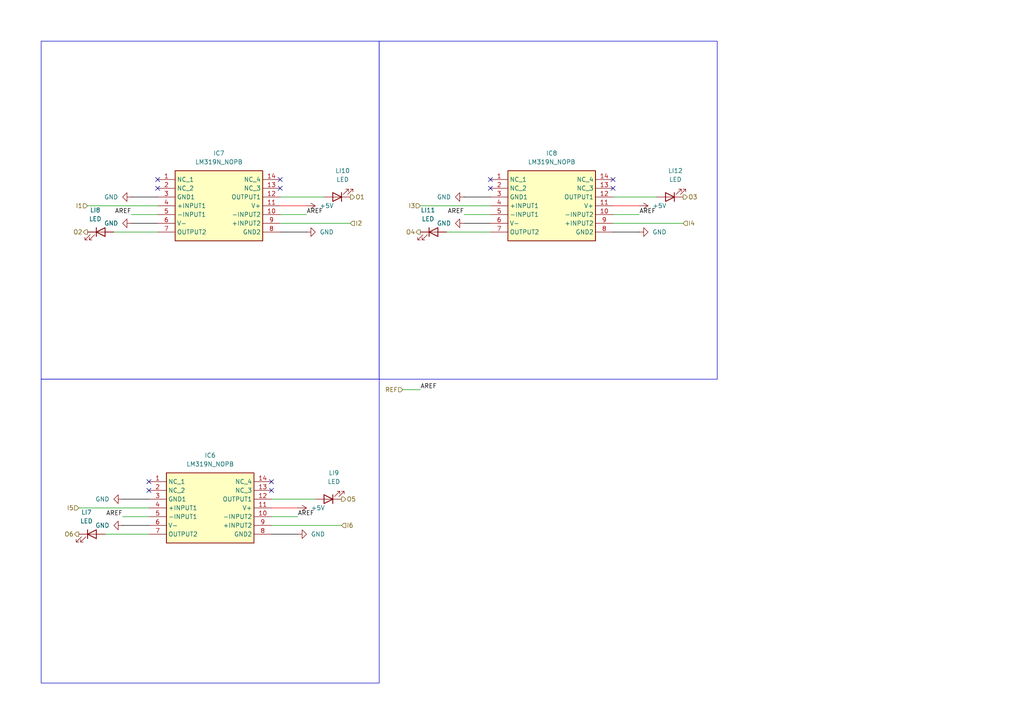
<source format=kicad_sch>
(kicad_sch (version 20231120) (generator "eeschema") (generator_version "8.0")
  (paper "A4")
  (title_block (title "BUCKY LIGHT") (date "2024-05-09") (rev "V1") (company "koen1711"))
  (lib_symbols
    (symbol "ANALOG_COMP:LM319N_NOPB"
      (property "Reference" "IC" (at 31.75 7.62 0))
      (property "Value" "LM319N_NOPB" (at 31.75 5.08 0))
      (symbol "LM319N_NOPB_1_1"
        (rectangle (start 5.08 2.54) (end 30.48 -17.78) (stroke (width 0.254)) (fill (type background)))
        (pin passive line (at 0 0 0) (length 5.08) (name "NC_1") (number "1"))
        (pin passive line (at 35.56 -10.16 180) (length 5.08) (name "-INPUT2") (number "10"))
        (pin passive line (at 35.56 -7.62 180) (length 5.08) (name "V+") (number "11"))
        (pin passive line (at 35.56 -5.08 180) (length 5.08) (name "OUTPUT1") (number "12"))
        (pin passive line (at 35.56 -2.54 180) (length 5.08) (name "NC_3") (number "13"))
        (pin passive line (at 35.56 0 180) (length 5.08) (name "NC_4") (number "14"))
        (pin passive line (at 0 -2.54 0) (length 5.08) (name "NC_2") (number "2"))
        (pin passive line (at 0 -5.08 0) (length 5.08) (name "GND1") (number "3"))
        (pin passive line (at 0 -7.62 0) (length 5.08) (name "+INPUT1") (number "4"))
        (pin passive line (at 0 -10.16 0) (length 5.08) (name "-INPUT1") (number "5"))
        (pin passive line (at 0 -12.7 0) (length 5.08) (name "V-") (number "6"))
        (pin passive line (at 0 -15.24 0) (length 5.08) (name "OUTPUT2") (number "7"))
        (pin passive line (at 35.56 -15.24 180) (length 5.08) (name "GND2") (number "8"))
        (pin passive line (at 35.56 -12.7 180) (length 5.08) (name "+INPUT2") (number "9"))
      )
    )
    (symbol "Device:LED" (pin_numbers hide) (pin_names (offset 1.016) hide)
      (property "Reference" "D" (at 0 2.54 0))
      (property "Value" "LED" (at 0 -2.54 0))
      (symbol "LED_0_1"
        (polyline (pts (xy -1.27 -1.27) (xy -1.27 1.27)) (stroke (width 0.254)))
        (polyline (pts (xy -1.27 0) (xy 1.27 0)))
        (polyline (pts (xy 1.27 -1.27) (xy 1.27 1.27) (xy -1.27 0) (xy 1.27 -1.27)) (stroke (width 0.254)))
        (polyline (pts (xy -3.048 -0.762) (xy -4.572 -2.286) (xy -3.81 -2.286) (xy -4.572 -2.286) (xy -4.572 -1.524)))
        (polyline (pts (xy -1.778 -0.762) (xy -3.302 -2.286) (xy -2.54 -2.286) (xy -3.302 -2.286) (xy -3.302 -1.524)))
      )
      (symbol "LED_1_1"
        (pin passive line (at -3.81 0 0) (length 2.54) (name "K") (number "1"))
        (pin passive line (at 3.81 0 180) (length 2.54) (name "A") (number "2"))
      )
    )
    (symbol "power:+5V" (power) (pin_numbers hide) (pin_names (offset 0) hide)
      (property "Value" "+5V" (at 0 3.556 0))
      (symbol "+5V_0_1"
        (polyline (pts (xy -0.762 1.27) (xy 0 2.54)))
        (polyline (pts (xy 0 0) (xy 0 2.54)))
        (polyline (pts (xy 0 2.54) (xy 0.762 1.27)))
      )
      (symbol "+5V_1_1"
        (pin power_in line (at 0 0 90) (length 0) (name "~") (number "1"))
      )
    )
    (symbol "power:GND" (power) (pin_numbers hide) (pin_names (offset 0) hide)
      (property "Value" "GND" (at 0 -3.81 0))
      (symbol "GND_0_1"
        (polyline (pts (xy 0 0) (xy 0 -1.27) (xy 1.27 -1.27) (xy 0 -2.54) (xy -1.27 -1.27) (xy 0 -1.27)))
      )
      (symbol "GND_1_1"
        (pin power_in line (at 0 0 270) (length 0) (name "~") (number "1"))
      )
    )
  )
  (no_connect (at 81.28 52.07))
  (no_connect (at 45.72 52.07))
  (no_connect (at 45.72 54.61))
  (no_connect (at 78.74 142.24))
  (no_connect (at 142.24 54.61))
  (no_connect (at 177.8 54.61))
  (no_connect (at 142.24 52.07))
  (no_connect (at 78.74 139.7))
  (no_connect (at 43.18 142.24))
  (no_connect (at 177.8 52.07))
  (no_connect (at 43.18 139.7))
  (no_connect (at 81.28 54.61))
  (wire (pts (xy 88.9 62.23) (xy 81.28 62.23)))
  (wire (pts (xy 86.36 147.32) (xy 78.74 147.32)) (stroke (width 0) (color 255 0 0 1)))
  (wire (pts (xy 116.84 113.03) (xy 121.92 113.03)))
  (wire (pts (xy 101.6 64.77) (xy 81.28 64.77)))
  (wire (pts (xy 25.4 59.69) (xy 45.72 59.69)))
  (wire (pts (xy 38.1 64.77) (xy 45.72 64.77)) (stroke (width 0) (color 0 0 0 1)))
  (wire (pts (xy 134.62 62.23) (xy 142.24 62.23)))
  (wire (pts (xy 35.56 149.86) (xy 43.18 149.86)))
  (wire (pts (xy 185.42 62.23) (xy 177.8 62.23)))
  (wire (pts (xy 177.8 57.15) (xy 190.5 57.15)))
  (wire (pts (xy 81.28 57.15) (xy 93.98 57.15)))
  (wire (pts (xy 35.56 152.4) (xy 43.18 152.4)) (stroke (width 0) (color 0 0 0 1)))
  (wire (pts (xy 38.1 62.23) (xy 45.72 62.23)))
  (wire (pts (xy 129.54 67.31) (xy 142.24 67.31)))
  (wire (pts (xy 99.06 152.4) (xy 78.74 152.4)))
  (wire (pts (xy 177.8 67.31) (xy 185.42 67.31)) (stroke (width 0) (color 0 0 0 1)))
  (wire (pts (xy 35.56 144.78) (xy 43.18 144.78)) (stroke (width 0) (color 0 0 0 1)))
  (wire (pts (xy 78.74 144.78) (xy 91.44 144.78)))
  (wire (pts (xy 88.9 59.69) (xy 81.28 59.69)) (stroke (width 0) (color 255 0 0 1)))
  (wire (pts (xy 22.86 147.32) (xy 43.18 147.32)))
  (wire (pts (xy 185.42 59.69) (xy 177.8 59.69)) (stroke (width 0) (color 255 0 0 1)))
  (wire (pts (xy 30.48 154.94) (xy 43.18 154.94)))
  (wire (pts (xy 198.12 64.77) (xy 177.8 64.77)))
  (wire (pts (xy 33.02 67.31) (xy 45.72 67.31)))
  (wire (pts (xy 38.1 57.15) (xy 45.72 57.15)) (stroke (width 0) (color 0 0 0 1)))
  (wire (pts (xy 134.62 57.15) (xy 142.24 57.15)) (stroke (width 0) (color 0 0 0 1)))
  (wire (pts (xy 86.36 149.86) (xy 78.74 149.86)))
  (wire (pts (xy 81.28 67.31) (xy 88.9 67.31)) (stroke (width 0) (color 0 0 0 1)))
  (wire (pts (xy 134.62 64.77) (xy 142.24 64.77)) (stroke (width 0) (color 0 0 0 1)))
  (wire (pts (xy 121.92 59.69) (xy 142.24 59.69)))
  (wire (pts (xy 78.74 154.94) (xy 86.36 154.94)) (stroke (width 0) (color 0 0 0 1)))
  (rectangle (start 109.982 11.938) (end 208.026 109.982))
  (rectangle (start 11.938 109.982) (end 109.982 198.12))
  (rectangle (start 11.938 11.938) (end 109.982 109.982))
  (label "AREF" (at 185.42 62.23 0))
  (label "AREF" (at 38.1 62.23 180))
  (label "AREF" (at 121.92 113.03 0))
  (label "AREF" (at 35.56 149.86 180))
  (label "AREF" (at 86.36 149.86 0))
  (label "AREF" (at 134.62 62.23 180))
  (label "AREF" (at 88.9 62.23 0))
  (hierarchical_label "I6" (shape input) (at 99.06 152.4 0))
  (hierarchical_label "I3" (shape input) (at 121.92 59.69 180))
  (hierarchical_label "I2" (shape input) (at 101.6 64.77 0))
  (hierarchical_label "REF" (shape input) (at 116.84 113.03 180))
  (hierarchical_label "O3" (shape output) (at 198.12 57.15 0))
  (hierarchical_label "I5" (shape input) (at 22.86 147.32 180))
  (hierarchical_label "I1" (shape input) (at 25.4 59.69 180))
  (hierarchical_label "O1" (shape output) (at 101.6 57.15 0))
  (hierarchical_label "I4" (shape input) (at 198.12 64.77 0))
  (hierarchical_label "O2" (shape output) (at 25.4 67.31 180))
  (hierarchical_label "O6" (shape output) (at 22.86 154.94 180))
  (hierarchical_label "O5" (shape output) (at 99.06 144.78 0))
  (hierarchical_label "O4" (shape output) (at 121.92 67.31 180))
  (symbol (lib_id "Device:LED") (at 97.79 57.15 180) (unit 1)
    (property "Reference" "LI10" (at 99.3775 49.53 0))
    (property "Value" "LED" (at 99.3775 52.07 0))
    (property "Footprint" "LED_SMD:LED_PLCC-2_3.4x3.0mm_AK" (effects (hide yes)))
    (property "Description" "Light emitting diode" (effects (hide yes)))
    (instances (project "BUCKY_LIGHT" (path "" (reference "LI10") (unit 1)) (path "" (reference "LI4") (unit 1))))
  )
  (symbol (lib_id "Device:LED") (at 194.31 57.15 180) (unit 1)
    (property "Reference" "LI12" (at 195.8975 49.53 0))
    (property "Value" "LED" (at 195.8975 52.07 0))
    (property "Footprint" "LED_SMD:LED_PLCC-2_3.4x3.0mm_AK" (effects (hide yes)))
    (property "Description" "Light emitting diode" (effects (hide yes)))
    (instances (project "BUCKY_LIGHT" (path "" (reference "LI12") (unit 1)) (path "" (reference "LI6") (unit 1))))
  )
  (symbol (lib_id "power:GND") (at 35.56 144.78 270) (unit 1)
    (property "Reference" "#PWR059" (effects (hide yes)))
    (property "Value" "GND" (at 31.75 144.7799 90) (effects (justify right)))
    (property "Description" "Power symbol creates a global label with name \"GND\" , ground" (effects (hide yes)))
    (instances (project "BUCKY_LIGHT" (path "" (reference "#PWR059") (unit 1)) (path "" (reference "#PWR017") (unit 1))))
  )
  (symbol (lib_id "power:GND") (at 86.36 154.94 90) (unit 1)
    (property "Reference" "#PWR064" (effects (hide yes)))
    (property "Value" "GND" (at 90.17 154.9399 90) (effects (justify right)))
    (property "Description" "Power symbol creates a global label with name \"GND\" , ground" (effects (hide yes)))
    (instances (project "BUCKY_LIGHT" (path "" (reference "#PWR064") (unit 1)) (path "" (reference "#PWR031") (unit 1))))
  )
  (symbol (lib_id "ANALOG_COMP:LM319N_NOPB") (at 43.18 139.7 0) (unit 1)
    (property "Reference" "IC6" (at 60.96 132.08 0))
    (property "Value" "LM319N_NOPB" (at 60.96 134.62 0))
    (property "Footprint" "BUCKY_LIGHT:ANALOG_COMP" (effects (hide yes)))
    (property "Datasheet" "http://www.ti.com/lit/gpn/LM319-N" (effects (hide yes)))
    (property "Description" "IC,Comparator,dual,DIP14,LM319N/NOPB" (effects (hide yes)))
    (property "Height" "5.334" (effects (hide yes)))
    (property "Mouser Part Number" "926-LM319N/NOPB" (effects (hide yes)))
    (property "Mouser Price/Stock" "https://www.mouser.co.uk/ProductDetail/Texas-Instruments/LM319N-NOPB?qs=X1J7HmVL2ZFdJysu8dbOsA%3D%3D" (effects (hide yes)))
    (property "Manufacturer_Name" "Texas Instruments" (effects (hide yes)))
    (property "Manufacturer_Part_Number" "LM319N/NOPB" (effects (hide yes)))
    (instances (project "BUCKY_LIGHT" (path "" (reference "IC6") (unit 1)) (path "" (reference "IC2") (unit 1))))
  )
  (symbol (lib_id "ANALOG_COMP:LM319N_NOPB") (at 45.72 52.07 0) (unit 1)
    (property "Reference" "IC7" (at 63.5 44.45 0))
    (property "Value" "LM319N_NOPB" (at 63.5 46.99 0))
    (property "Footprint" "BUCKY_LIGHT:ANALOG_COMP" (effects (hide yes)))
    (property "Datasheet" "http://www.ti.com/lit/gpn/LM319-N" (effects (hide yes)))
    (property "Description" "IC,Comparator,dual,DIP14,LM319N/NOPB" (effects (hide yes)))
    (property "Height" "5.334" (effects (hide yes)))
    (property "Mouser Part Number" "926-LM319N/NOPB" (effects (hide yes)))
    (property "Mouser Price/Stock" "https://www.mouser.co.uk/ProductDetail/Texas-Instruments/LM319N-NOPB?qs=X1J7HmVL2ZFdJysu8dbOsA%3D%3D" (effects (hide yes)))
    (property "Manufacturer_Name" "Texas Instruments" (effects (hide yes)))
    (property "Manufacturer_Part_Number" "LM319N/NOPB" (effects (hide yes)))
    (instances (project "BUCKY_LIGHT" (path "" (reference "IC7") (unit 1)) (path "" (reference "IC3") (unit 1))))
  )
  (symbol (lib_id "power:GND") (at 88.9 67.31 90) (unit 1)
    (property "Reference" "#PWR066" (effects (hide yes)))
    (property "Value" "GND" (at 92.71 67.3099 90) (effects (justify right)))
    (property "Description" "Power symbol creates a global label with name \"GND\" , ground" (effects (hide yes)))
    (instances (project "BUCKY_LIGHT" (path "" (reference "#PWR066") (unit 1)) (path "" (reference "#PWR012") (unit 1))))
  )
  (symbol (lib_id "power:+5V") (at 86.36 147.32 270) (unit 1)
    (property "Reference" "#PWR063" (effects (hide yes)))
    (property "Value" "+5V" (at 90.17 147.3199 90) (effects (justify left)))
    (property "Description" "Power symbol creates a global label with name \"+5V\"" (effects (hide yes)))
    (instances (project "BUCKY_LIGHT" (path "" (reference "#PWR063") (unit 1)) (path "" (reference "#PWR030") (unit 1))))
  )
  (symbol (lib_id "power:GND") (at 134.62 64.77 270) (unit 1)
    (property "Reference" "#PWR068" (effects (hide yes)))
    (property "Value" "GND" (at 130.81 64.7699 90) (effects (justify right)))
    (property "Description" "Power symbol creates a global label with name \"GND\" , ground" (effects (hide yes)))
    (instances (project "BUCKY_LIGHT" (path "" (reference "#PWR068") (unit 1)) (path "" (reference "#PWR014") (unit 1))))
  )
  (symbol (lib_id "Device:LED") (at 29.21 67.31 0) (unit 1)
    (property "Reference" "LI8" (at 27.6225 60.96 0))
    (property "Value" "LED" (at 27.6225 63.5 0))
    (property "Footprint" "LED_SMD:LED_PLCC-2_3.4x3.0mm_AK" (effects (hide yes)))
    (property "Description" "Light emitting diode" (effects (hide yes)))
    (instances (project "BUCKY_LIGHT" (path "" (reference "LI8") (unit 1)) (path "" (reference "LI2") (unit 1))))
  )
  (symbol (lib_id "ANALOG_COMP:LM319N_NOPB") (at 142.24 52.07 0) (unit 1)
    (property "Reference" "IC8" (at 160.02 44.45 0))
    (property "Value" "LM319N_NOPB" (at 160.02 46.99 0))
    (property "Footprint" "BUCKY_LIGHT:ANALOG_COMP" (effects (hide yes)))
    (property "Datasheet" "http://www.ti.com/lit/gpn/LM319-N" (effects (hide yes)))
    (property "Description" "IC,Comparator,dual,DIP14,LM319N/NOPB" (effects (hide yes)))
    (property "Height" "5.334" (effects (hide yes)))
    (property "Mouser Part Number" "926-LM319N/NOPB" (effects (hide yes)))
    (property "Mouser Price/Stock" "https://www.mouser.co.uk/ProductDetail/Texas-Instruments/LM319N-NOPB?qs=X1J7HmVL2ZFdJysu8dbOsA%3D%3D" (effects (hide yes)))
    (property "Manufacturer_Name" "Texas Instruments" (effects (hide yes)))
    (property "Manufacturer_Part_Number" "LM319N/NOPB" (effects (hide yes)))
    (instances (project "BUCKY_LIGHT" (path "" (reference "IC8") (unit 1)) (path "" (reference "IC4") (unit 1))))
  )
  (symbol (lib_id "Device:LED") (at 125.73 67.31 0) (unit 1)
    (property "Reference" "LI11" (at 124.1425 60.96 0))
    (property "Value" "LED" (at 124.1425 63.5 0))
    (property "Footprint" "LED_SMD:LED_PLCC-2_3.4x3.0mm_AK" (effects (hide yes)))
    (property "Description" "Light emitting diode" (effects (hide yes)))
    (instances (project "BUCKY_LIGHT" (path "" (reference "LI11") (unit 1)) (path "" (reference "LI5") (unit 1))))
  )
  (symbol (lib_id "power:GND") (at 185.42 67.31 90) (unit 1)
    (property "Reference" "#PWR070" (effects (hide yes)))
    (property "Value" "GND" (at 189.23 67.3099 90) (effects (justify right)))
    (property "Description" "Power symbol creates a global label with name \"GND\" , ground" (effects (hide yes)))
    (instances (project "BUCKY_LIGHT" (path "" (reference "#PWR070") (unit 1)) (path "" (reference "#PWR016") (unit 1))))
  )
  (symbol (lib_id "power:GND") (at 38.1 64.77 270) (unit 1)
    (property "Reference" "#PWR062" (effects (hide yes)))
    (property "Value" "GND" (at 34.29 64.7699 90) (effects (justify right)))
    (property "Description" "Power symbol creates a global label with name \"GND\" , ground" (effects (hide yes)))
    (instances (project "BUCKY_LIGHT" (path "" (reference "#PWR062") (unit 1)) (path "" (reference "#PWR010") (unit 1))))
  )
  (symbol (lib_id "power:+5V") (at 185.42 59.69 270) (unit 1)
    (property "Reference" "#PWR069" (effects (hide yes)))
    (property "Value" "+5V" (at 189.23 59.6899 90) (effects (justify left)))
    (property "Description" "Power symbol creates a global label with name \"+5V\"" (effects (hide yes)))
    (instances (project "BUCKY_LIGHT" (path "" (reference "#PWR069") (unit 1)) (path "" (reference "#PWR015") (unit 1))))
  )
  (symbol (lib_id "power:+5V") (at 88.9 59.69 270) (unit 1)
    (property "Reference" "#PWR065" (effects (hide yes)))
    (property "Value" "+5V" (at 92.71 59.6899 90) (effects (justify left)))
    (property "Description" "Power symbol creates a global label with name \"+5V\"" (effects (hide yes)))
    (instances (project "BUCKY_LIGHT" (path "" (reference "#PWR065") (unit 1)) (path "" (reference "#PWR011") (unit 1))))
  )
  (symbol (lib_id "power:GND") (at 134.62 57.15 270) (unit 1)
    (property "Reference" "#PWR067" (effects (hide yes)))
    (property "Value" "GND" (at 130.81 57.1499 90) (effects (justify right)))
    (property "Description" "Power symbol creates a global label with name \"GND\" , ground" (effects (hide yes)))
    (instances (project "BUCKY_LIGHT" (path "" (reference "#PWR067") (unit 1)) (path "" (reference "#PWR013") (unit 1))))
  )
  (symbol (lib_id "Device:LED") (at 95.25 144.78 180) (unit 1)
    (property "Reference" "LI9" (at 96.8375 137.16 0))
    (property "Value" "LED" (at 96.8375 139.7 0))
    (property "Footprint" "LED_SMD:LED_PLCC-2_3.4x3.0mm_AK" (effects (hide yes)))
    (property "Description" "Light emitting diode" (effects (hide yes)))
    (instances (project "BUCKY_LIGHT" (path "" (reference "LI9") (unit 1)) (path "" (reference "LI3") (unit 1))))
  )
  (symbol (lib_id "Device:LED") (at 26.67 154.94 0) (unit 1)
    (property "Reference" "LI7" (at 25.0825 148.59 0))
    (property "Value" "LED" (at 25.0825 151.13 0))
    (property "Footprint" "LED_SMD:LED_PLCC-2_3.4x3.0mm_AK" (effects (hide yes)))
    (property "Description" "Light emitting diode" (effects (hide yes)))
    (instances (project "BUCKY_LIGHT" (path "" (reference "LI7") (unit 1)) (path "" (reference "LI1") (unit 1))))
  )
  (symbol (lib_id "power:GND") (at 38.1 57.15 270) (unit 1)
    (property "Reference" "#PWR061" (effects (hide yes)))
    (property "Value" "GND" (at 34.29 57.1499 90) (effects (justify right)))
    (property "Description" "Power symbol creates a global label with name \"GND\" , ground" (effects (hide yes)))
    (instances (project "BUCKY_LIGHT" (path "" (reference "#PWR061") (unit 1)) (path "" (reference "#PWR09") (unit 1))))
  )
  (symbol (lib_id "power:GND") (at 35.56 152.4 270) (unit 1)
    (property "Reference" "#PWR060" (effects (hide yes)))
    (property "Value" "GND" (at 31.75 152.3999 90) (effects (justify right)))
    (property "Description" "Power symbol creates a global label with name \"GND\" , ground" (effects (hide yes)))
    (instances (project "BUCKY_LIGHT" (path "" (reference "#PWR060") (unit 1)) (path "" (reference "#PWR029") (unit 1))))
  )
)
</source>
